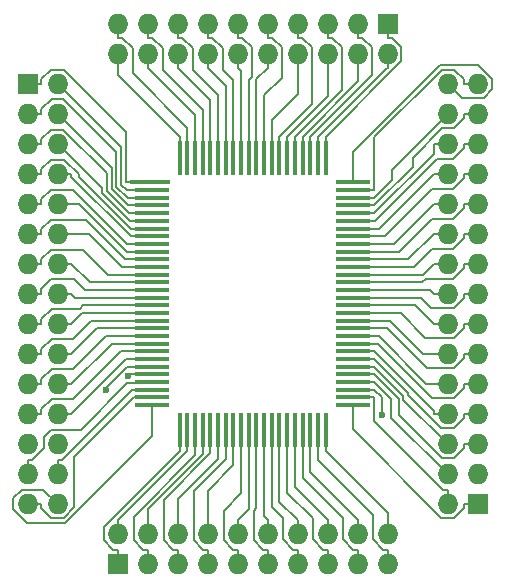
<source format=gtl>
G04 #@! TF.FileFunction,Copper,L1,Top,Signal*
%FSLAX46Y46*%
G04 Gerber Fmt 4.6, Leading zero omitted, Abs format (unit mm)*
G04 Created by KiCad (PCBNEW (2015-09-08 BZR 6170, Git 6269158)-product) date 8/14/2016 2:55:12 PM*
%MOMM*%
G01*
G04 APERTURE LIST*
%ADD10C,0.100000*%
%ADD11R,1.727200X1.727200*%
%ADD12O,1.727200X1.727200*%
%ADD13R,3.400000X0.430000*%
%ADD14R,3.000000X0.430000*%
%ADD15R,0.430000X3.000000*%
%ADD16C,0.600000*%
%ADD17C,0.200000*%
G04 APERTURE END LIST*
D10*
D11*
X129540000Y-88900000D03*
D12*
X132080000Y-88900000D03*
X129540000Y-91440000D03*
X132080000Y-91440000D03*
X129540000Y-93980000D03*
X132080000Y-93980000D03*
X129540000Y-96520000D03*
X132080000Y-96520000D03*
X129540000Y-99060000D03*
X132080000Y-99060000D03*
X129540000Y-101600000D03*
X132080000Y-101600000D03*
X129540000Y-104140000D03*
X132080000Y-104140000D03*
X129540000Y-106680000D03*
X132080000Y-106680000D03*
X129540000Y-109220000D03*
X132080000Y-109220000D03*
X129540000Y-111760000D03*
X132080000Y-111760000D03*
X129540000Y-114300000D03*
X132080000Y-114300000D03*
X129540000Y-116840000D03*
X132080000Y-116840000D03*
X129540000Y-119380000D03*
X132080000Y-119380000D03*
X129540000Y-121920000D03*
X132080000Y-121920000D03*
X129540000Y-124460000D03*
X132080000Y-124460000D03*
D11*
X137160000Y-129540000D03*
D12*
X137160000Y-127000000D03*
X139700000Y-129540000D03*
X139700000Y-127000000D03*
X142240000Y-129540000D03*
X142240000Y-127000000D03*
X144780000Y-129540000D03*
X144780000Y-127000000D03*
X147320000Y-129540000D03*
X147320000Y-127000000D03*
X149860000Y-129540000D03*
X149860000Y-127000000D03*
X152400000Y-129540000D03*
X152400000Y-127000000D03*
X154940000Y-129540000D03*
X154940000Y-127000000D03*
X157480000Y-129540000D03*
X157480000Y-127000000D03*
X160020000Y-129540000D03*
X160020000Y-127000000D03*
D11*
X167640000Y-124460000D03*
D12*
X165100000Y-124460000D03*
X167640000Y-121920000D03*
X165100000Y-121920000D03*
X167640000Y-119380000D03*
X165100000Y-119380000D03*
X167640000Y-116840000D03*
X165100000Y-116840000D03*
X167640000Y-114300000D03*
X165100000Y-114300000D03*
X167640000Y-111760000D03*
X165100000Y-111760000D03*
X167640000Y-109220000D03*
X165100000Y-109220000D03*
X167640000Y-106680000D03*
X165100000Y-106680000D03*
X167640000Y-104140000D03*
X165100000Y-104140000D03*
X167640000Y-101600000D03*
X165100000Y-101600000D03*
X167640000Y-99060000D03*
X165100000Y-99060000D03*
X167640000Y-96520000D03*
X165100000Y-96520000D03*
X167640000Y-93980000D03*
X165100000Y-93980000D03*
X167640000Y-91440000D03*
X165100000Y-91440000D03*
X167640000Y-88900000D03*
X165100000Y-88900000D03*
D11*
X160020000Y-83820000D03*
D12*
X160020000Y-86360000D03*
X157480000Y-83820000D03*
X157480000Y-86360000D03*
X154940000Y-83820000D03*
X154940000Y-86360000D03*
X152400000Y-83820000D03*
X152400000Y-86360000D03*
X149860000Y-83820000D03*
X149860000Y-86360000D03*
X147320000Y-83820000D03*
X147320000Y-86360000D03*
X144780000Y-83820000D03*
X144780000Y-86360000D03*
X142240000Y-83820000D03*
X142240000Y-86360000D03*
X139700000Y-83820000D03*
X139700000Y-86360000D03*
X137160000Y-83820000D03*
X137160000Y-86360000D03*
D13*
X139890000Y-97255000D03*
D14*
X140090000Y-97905000D03*
X140090000Y-98555000D03*
X140090000Y-99205000D03*
X140090000Y-99855000D03*
X140090000Y-100505000D03*
X140090000Y-101155000D03*
X140090000Y-101805000D03*
X140090000Y-102455000D03*
X140090000Y-103105000D03*
X140090000Y-103755000D03*
X140090000Y-104405000D03*
X140090000Y-105055000D03*
X140090000Y-105705000D03*
X140090000Y-106355000D03*
X140090000Y-107005000D03*
X140090000Y-107655000D03*
X140090000Y-108305000D03*
X140090000Y-108955000D03*
X140090000Y-109605000D03*
X140090000Y-110255000D03*
X140090000Y-110905000D03*
X140090000Y-111555000D03*
X140090000Y-112205000D03*
X140090000Y-112855000D03*
X140090000Y-113505000D03*
X140090000Y-114155000D03*
X140090000Y-114805000D03*
X140090000Y-115455000D03*
X140090000Y-116105000D03*
D15*
X142415000Y-118180000D03*
X143065000Y-118180000D03*
X143715000Y-118180000D03*
X144365000Y-118180000D03*
X145015000Y-118180000D03*
X145665000Y-118180000D03*
X146315000Y-118180000D03*
X146965000Y-118180000D03*
X147615000Y-118180000D03*
X148265000Y-118180000D03*
X148915000Y-118180000D03*
X149565000Y-118180000D03*
X150215000Y-118180000D03*
X150865000Y-118180000D03*
X151515000Y-118180000D03*
X152165000Y-118180000D03*
X152815000Y-118180000D03*
X153465000Y-118180000D03*
X154115000Y-118180000D03*
X154765000Y-118180000D03*
D14*
X157090000Y-116105000D03*
X157090000Y-115455000D03*
X157090000Y-114805000D03*
X157090000Y-114155000D03*
X157090000Y-113505000D03*
X157090000Y-112855000D03*
X157090000Y-112205000D03*
X157090000Y-111555000D03*
X157090000Y-110905000D03*
X157090000Y-110255000D03*
X157090000Y-109605000D03*
X157090000Y-108955000D03*
X157090000Y-108305000D03*
X157090000Y-107655000D03*
X157090000Y-107005000D03*
X157090000Y-106355000D03*
X157090000Y-105705000D03*
X157090000Y-105055000D03*
X157090000Y-104405000D03*
X157090000Y-103755000D03*
X157090000Y-103105000D03*
X157090000Y-102455000D03*
X157090000Y-101805000D03*
X157090000Y-101155000D03*
X157090000Y-100505000D03*
X157090000Y-99855000D03*
X157090000Y-99205000D03*
X157090000Y-98555000D03*
X157090000Y-97905000D03*
X157090000Y-97255000D03*
D15*
X154765000Y-95180000D03*
X154115000Y-95180000D03*
X153465000Y-95180000D03*
X152815000Y-95180000D03*
X152165000Y-95180000D03*
X151515000Y-95180000D03*
X150865000Y-95180000D03*
X150215000Y-95180000D03*
X149565000Y-95180000D03*
X148915000Y-95180000D03*
X148265000Y-95180000D03*
X147615000Y-95180000D03*
X146965000Y-95180000D03*
X146315000Y-95180000D03*
X145665000Y-95180000D03*
X145015000Y-95180000D03*
X144365000Y-95180000D03*
X143715000Y-95180000D03*
X143065000Y-95180000D03*
X142415000Y-95180000D03*
D16*
X136133900Y-114812800D03*
X138070200Y-113636000D03*
X159517500Y-116917900D03*
D17*
X137924800Y-103105000D02*
X140090000Y-103105000D01*
X133879800Y-99060000D02*
X137924800Y-103105000D01*
X132080000Y-99060000D02*
X133879800Y-99060000D01*
X137566600Y-104405000D02*
X140090000Y-104405000D01*
X134761600Y-101600000D02*
X137566600Y-104405000D01*
X132080000Y-101600000D02*
X134761600Y-101600000D01*
X136793100Y-128366100D02*
X137160000Y-128366100D01*
X135986100Y-127559100D02*
X136793100Y-128366100D01*
X135986100Y-126419200D02*
X135986100Y-127559100D01*
X142415000Y-119990300D02*
X135986100Y-126419200D01*
X142415000Y-118180000D02*
X142415000Y-119990300D01*
X137160000Y-129540000D02*
X137160000Y-128366100D01*
X166466100Y-124826900D02*
X166466100Y-124460000D01*
X165659100Y-125633900D02*
X166466100Y-124826900D01*
X164565700Y-125633900D02*
X165659100Y-125633900D01*
X157090000Y-118158200D02*
X164565700Y-125633900D01*
X157090000Y-116105000D02*
X157090000Y-118158200D01*
X167640000Y-124460000D02*
X166466100Y-124460000D01*
X160386900Y-84993900D02*
X160020000Y-84993900D01*
X161193900Y-85800900D02*
X160386900Y-84993900D01*
X161193900Y-86940800D02*
X161193900Y-85800900D01*
X154765000Y-93369700D02*
X161193900Y-86940800D01*
X154765000Y-95180000D02*
X154765000Y-93369700D01*
X160020000Y-83820000D02*
X160020000Y-84993900D01*
X139890000Y-97255000D02*
X137879700Y-97255000D01*
X129540000Y-88900000D02*
X130713900Y-88900000D01*
X130713900Y-88533100D02*
X130713900Y-88900000D01*
X131520900Y-87726100D02*
X130713900Y-88533100D01*
X132614300Y-87726100D02*
X131520900Y-87726100D01*
X137879700Y-92991500D02*
X132614300Y-87726100D01*
X137879700Y-97255000D02*
X137879700Y-92991500D01*
X137469400Y-94289400D02*
X132080000Y-88900000D01*
X137469400Y-97433700D02*
X137469400Y-94289400D01*
X137940700Y-97905000D02*
X137469400Y-97433700D01*
X140090000Y-97905000D02*
X137940700Y-97905000D01*
X129540000Y-91440000D02*
X130713900Y-91440000D01*
X138001600Y-98555000D02*
X140090000Y-98555000D01*
X137059000Y-97612400D02*
X138001600Y-98555000D01*
X137059000Y-94700700D02*
X137059000Y-97612400D01*
X132577200Y-90218900D02*
X137059000Y-94700700D01*
X131570200Y-90218900D02*
X132577200Y-90218900D01*
X130713900Y-91075200D02*
X131570200Y-90218900D01*
X130713900Y-91440000D02*
X130713900Y-91075200D01*
X138071400Y-99205000D02*
X140090000Y-99205000D01*
X136648700Y-97782300D02*
X138071400Y-99205000D01*
X136648700Y-96008700D02*
X136648700Y-97782300D01*
X132080000Y-91440000D02*
X136648700Y-96008700D01*
X129540000Y-93980000D02*
X130713900Y-93980000D01*
X138141200Y-99855000D02*
X140090000Y-99855000D01*
X136238400Y-97952200D02*
X138141200Y-99855000D01*
X136238400Y-96474200D02*
X136238400Y-97952200D01*
X132549100Y-92784900D02*
X136238400Y-96474200D01*
X131544200Y-92784900D02*
X132549100Y-92784900D01*
X130713900Y-93615200D02*
X131544200Y-92784900D01*
X130713900Y-93980000D02*
X130713900Y-93615200D01*
X140090000Y-100505000D02*
X138279700Y-100505000D01*
X138211000Y-100505000D02*
X138279700Y-100505000D01*
X135828100Y-98122100D02*
X138211000Y-100505000D01*
X135828100Y-97728100D02*
X135828100Y-98122100D01*
X132080000Y-93980000D02*
X135828100Y-97728100D01*
X129540000Y-96520000D02*
X130713900Y-96520000D01*
X140090000Y-101155000D02*
X138279700Y-101155000D01*
X133886000Y-96761300D02*
X138279700Y-101155000D01*
X133886000Y-96571700D02*
X133886000Y-96761300D01*
X132658800Y-95344500D02*
X133886000Y-96571700D01*
X131522600Y-95344500D02*
X132658800Y-95344500D01*
X130713900Y-96153200D02*
X131522600Y-95344500D01*
X130713900Y-96520000D02*
X130713900Y-96153200D01*
X132080000Y-96520000D02*
X133253900Y-96520000D01*
X140090000Y-101805000D02*
X138279700Y-101805000D01*
X133253900Y-96779200D02*
X138279700Y-101805000D01*
X133253900Y-96520000D02*
X133253900Y-96779200D01*
X130713900Y-98695200D02*
X130713900Y-99060000D01*
X131539700Y-97869400D02*
X130713900Y-98695200D01*
X133362000Y-97869400D02*
X131539700Y-97869400D01*
X137947600Y-102455000D02*
X133362000Y-97869400D01*
X140090000Y-102455000D02*
X137947600Y-102455000D01*
X129540000Y-99060000D02*
X130713900Y-99060000D01*
X129540000Y-101600000D02*
X130713900Y-101600000D01*
X137805400Y-103755000D02*
X140090000Y-103755000D01*
X134441600Y-100391200D02*
X137805400Y-103755000D01*
X131555900Y-100391200D02*
X134441600Y-100391200D01*
X130713900Y-101233200D02*
X131555900Y-100391200D01*
X130713900Y-101600000D02*
X130713900Y-101233200D01*
X130713900Y-103775200D02*
X130713900Y-104140000D01*
X131539700Y-102949400D02*
X130713900Y-103775200D01*
X134245400Y-102949400D02*
X131539700Y-102949400D01*
X136351000Y-105055000D02*
X134245400Y-102949400D01*
X140090000Y-105055000D02*
X136351000Y-105055000D01*
X129540000Y-104140000D02*
X130713900Y-104140000D01*
X134818900Y-105705000D02*
X140090000Y-105705000D01*
X133253900Y-104140000D02*
X134818900Y-105705000D01*
X132080000Y-104140000D02*
X133253900Y-104140000D01*
X130713900Y-106315200D02*
X130713900Y-106680000D01*
X131560000Y-105469100D02*
X130713900Y-106315200D01*
X133471300Y-105469100D02*
X131560000Y-105469100D01*
X134357200Y-106355000D02*
X133471300Y-105469100D01*
X140090000Y-106355000D02*
X134357200Y-106355000D01*
X129540000Y-106680000D02*
X130713900Y-106680000D01*
X133578900Y-107005000D02*
X140090000Y-107005000D01*
X133253900Y-106680000D02*
X133578900Y-107005000D01*
X132080000Y-106680000D02*
X133253900Y-106680000D01*
X130713900Y-108855200D02*
X130713900Y-109220000D01*
X131619100Y-107950000D02*
X130713900Y-108855200D01*
X133943500Y-107950000D02*
X131619100Y-107950000D01*
X134238500Y-107655000D02*
X133943500Y-107950000D01*
X140090000Y-107655000D02*
X134238500Y-107655000D01*
X129540000Y-109220000D02*
X130713900Y-109220000D01*
X134168900Y-108305000D02*
X133253900Y-109220000D01*
X138279700Y-108305000D02*
X134168900Y-108305000D01*
X140090000Y-108305000D02*
X138279700Y-108305000D01*
X132080000Y-109220000D02*
X133253900Y-109220000D01*
X130713900Y-111395200D02*
X130713900Y-111760000D01*
X131619100Y-110490000D02*
X130713900Y-111395200D01*
X133412200Y-110490000D02*
X131619100Y-110490000D01*
X134947200Y-108955000D02*
X133412200Y-110490000D01*
X140090000Y-108955000D02*
X134947200Y-108955000D01*
X129540000Y-111760000D02*
X130713900Y-111760000D01*
X135408900Y-109605000D02*
X140090000Y-109605000D01*
X133253900Y-111760000D02*
X135408900Y-109605000D01*
X132080000Y-111760000D02*
X133253900Y-111760000D01*
X130713900Y-113935200D02*
X130713900Y-114300000D01*
X131619100Y-113030000D02*
X130713900Y-113935200D01*
X133412200Y-113030000D02*
X131619100Y-113030000D01*
X136187200Y-110255000D02*
X133412200Y-113030000D01*
X140090000Y-110255000D02*
X136187200Y-110255000D01*
X129540000Y-114300000D02*
X130713900Y-114300000D01*
X132080000Y-114300000D02*
X133253900Y-114300000D01*
X136648900Y-110905000D02*
X133253900Y-114300000D01*
X140090000Y-110905000D02*
X136648900Y-110905000D01*
X130713900Y-116475200D02*
X130713900Y-116840000D01*
X131619100Y-115570000D02*
X130713900Y-116475200D01*
X133404500Y-115570000D02*
X131619100Y-115570000D01*
X137419500Y-111555000D02*
X133404500Y-115570000D01*
X140090000Y-111555000D02*
X137419500Y-111555000D01*
X129540000Y-116840000D02*
X130713900Y-116840000D01*
X132080000Y-116840000D02*
X133253900Y-116840000D01*
X138279700Y-112205100D02*
X138279700Y-112205000D01*
X137873500Y-112205100D02*
X138279700Y-112205100D01*
X133253900Y-116824700D02*
X137873500Y-112205100D01*
X133253900Y-116840000D02*
X133253900Y-116824700D01*
X140090000Y-112205000D02*
X138279700Y-112205000D01*
X137966900Y-112855000D02*
X140090000Y-112855000D01*
X136133900Y-114688000D02*
X137966900Y-112855000D01*
X136133900Y-114812800D02*
X136133900Y-114688000D01*
X138201200Y-113505000D02*
X138070200Y-113636000D01*
X140090000Y-113505000D02*
X138201200Y-113505000D01*
X129540000Y-121920000D02*
X129540000Y-120746100D01*
X139998700Y-114246300D02*
X140090000Y-114155000D01*
X137983100Y-114246300D02*
X139998700Y-114246300D01*
X134023400Y-118206000D02*
X137983100Y-114246300D01*
X131526500Y-118206000D02*
X134023400Y-118206000D01*
X130906000Y-118826500D02*
X131526500Y-118206000D01*
X130906000Y-119744900D02*
X130906000Y-118826500D01*
X129904800Y-120746100D02*
X130906000Y-119744900D01*
X129540000Y-120746100D02*
X129904800Y-120746100D01*
X132452500Y-120746100D02*
X132080000Y-120746100D01*
X138279700Y-114918900D02*
X132452500Y-120746100D01*
X138279700Y-114805000D02*
X138279700Y-114918900D01*
X140090000Y-114805000D02*
X138279700Y-114805000D01*
X132080000Y-121920000D02*
X132080000Y-120746100D01*
X130713900Y-124824800D02*
X130713900Y-124460000D01*
X131527400Y-125638300D02*
X130713900Y-124824800D01*
X132585100Y-125638300D02*
X131527400Y-125638300D01*
X133480600Y-124742800D02*
X132585100Y-125638300D01*
X133480600Y-120541300D02*
X133480600Y-124742800D01*
X138566900Y-115455000D02*
X133480600Y-120541300D01*
X140090000Y-115455000D02*
X138566900Y-115455000D01*
X129540000Y-124460000D02*
X130713900Y-124460000D01*
X130884300Y-123264300D02*
X132080000Y-124460000D01*
X129034500Y-123264300D02*
X130884300Y-123264300D01*
X128320600Y-123978200D02*
X129034500Y-123264300D01*
X128320600Y-124904600D02*
X128320600Y-123978200D01*
X129506200Y-126090200D02*
X128320600Y-124904600D01*
X132713600Y-126090200D02*
X129506200Y-126090200D01*
X140090000Y-118713800D02*
X132713600Y-126090200D01*
X140090000Y-116105000D02*
X140090000Y-118713800D01*
X142995800Y-119990300D02*
X143065000Y-119990300D01*
X137160000Y-125826100D02*
X142995800Y-119990300D01*
X137160000Y-127000000D02*
X137160000Y-125826100D01*
X143065000Y-118180000D02*
X143065000Y-119990300D01*
X139335200Y-128366100D02*
X139700000Y-128366100D01*
X138509400Y-127540300D02*
X139335200Y-128366100D01*
X138509400Y-125545700D02*
X138509400Y-127540300D01*
X143715000Y-120340100D02*
X138509400Y-125545700D01*
X143715000Y-118180000D02*
X143715000Y-120340100D01*
X139700000Y-129540000D02*
X139700000Y-128366100D01*
X144365000Y-120270500D02*
X144365000Y-118180000D01*
X139700000Y-124935500D02*
X144365000Y-120270500D01*
X139700000Y-127000000D02*
X139700000Y-124935500D01*
X142240000Y-129540000D02*
X142240000Y-128366100D01*
X145015000Y-120200900D02*
X145015000Y-118180000D01*
X141049400Y-124166500D02*
X145015000Y-120200900D01*
X141049400Y-127540300D02*
X141049400Y-124166500D01*
X141875200Y-128366100D02*
X141049400Y-127540300D01*
X142240000Y-128366100D02*
X141875200Y-128366100D01*
X145665000Y-120644900D02*
X145665000Y-118180000D01*
X142240000Y-124069900D02*
X145665000Y-120644900D01*
X142240000Y-127000000D02*
X142240000Y-124069900D01*
X144780000Y-129540000D02*
X144780000Y-128366100D01*
X146315000Y-120641300D02*
X146315000Y-118180000D01*
X143589400Y-123366900D02*
X146315000Y-120641300D01*
X143589400Y-127540300D02*
X143589400Y-123366900D01*
X144415200Y-128366100D02*
X143589400Y-127540300D01*
X144780000Y-128366100D02*
X144415200Y-128366100D01*
X146965000Y-121181900D02*
X146965000Y-118180000D01*
X144780000Y-123366900D02*
X146965000Y-121181900D01*
X144780000Y-127000000D02*
X144780000Y-123366900D01*
X146955200Y-128366100D02*
X147320000Y-128366100D01*
X146129400Y-127540300D02*
X146955200Y-128366100D01*
X146129400Y-125042600D02*
X146129400Y-127540300D01*
X147615000Y-123557000D02*
X146129400Y-125042600D01*
X147615000Y-118180000D02*
X147615000Y-123557000D01*
X147320000Y-129540000D02*
X147320000Y-128366100D01*
X148265000Y-124881100D02*
X148265000Y-118180000D01*
X147320000Y-125826100D02*
X148265000Y-124881100D01*
X147320000Y-127000000D02*
X147320000Y-125826100D01*
X149495200Y-128366100D02*
X149860000Y-128366100D01*
X148671200Y-127542100D02*
X149495200Y-128366100D01*
X148671200Y-125055300D02*
X148671200Y-127542100D01*
X148915000Y-124811500D02*
X148671200Y-125055300D01*
X148915000Y-118180000D02*
X148915000Y-124811500D01*
X149860000Y-129540000D02*
X149860000Y-128366100D01*
X149565000Y-125531100D02*
X149565000Y-118180000D01*
X149860000Y-125826100D02*
X149565000Y-125531100D01*
X149860000Y-127000000D02*
X149860000Y-125826100D01*
X152035200Y-128366100D02*
X152400000Y-128366100D01*
X151130000Y-127460900D02*
X152035200Y-128366100D01*
X151130000Y-125667800D02*
X151130000Y-127460900D01*
X150215000Y-124752800D02*
X151130000Y-125667800D01*
X150215000Y-118180000D02*
X150215000Y-124752800D01*
X152400000Y-129540000D02*
X152400000Y-128366100D01*
X152400000Y-127000000D02*
X152400000Y-125826100D01*
X150865000Y-124291100D02*
X150865000Y-118180000D01*
X152400000Y-125826100D02*
X150865000Y-124291100D01*
X154575200Y-128366100D02*
X154940000Y-128366100D01*
X153670000Y-127460900D02*
X154575200Y-128366100D01*
X153670000Y-125667800D02*
X153670000Y-127460900D01*
X151515000Y-123512800D02*
X153670000Y-125667800D01*
X151515000Y-118180000D02*
X151515000Y-123512800D01*
X154940000Y-129540000D02*
X154940000Y-128366100D01*
X152165000Y-123051100D02*
X152165000Y-118180000D01*
X154940000Y-125826100D02*
X152165000Y-123051100D01*
X154940000Y-127000000D02*
X154940000Y-125826100D01*
X157115200Y-128366100D02*
X157480000Y-128366100D01*
X156210000Y-127460900D02*
X157115200Y-128366100D01*
X156210000Y-125667800D02*
X156210000Y-127460900D01*
X152815000Y-122272800D02*
X156210000Y-125667800D01*
X152815000Y-118180000D02*
X152815000Y-122272800D01*
X157480000Y-129540000D02*
X157480000Y-128366100D01*
X157480000Y-127000000D02*
X157480000Y-125826100D01*
X153465000Y-121811100D02*
X153465000Y-118180000D01*
X157480000Y-125826100D02*
X153465000Y-121811100D01*
X159655200Y-128366100D02*
X160020000Y-128366100D01*
X158750000Y-127460900D02*
X159655200Y-128366100D01*
X158750000Y-125377400D02*
X158750000Y-127460900D01*
X154115000Y-120742400D02*
X158750000Y-125377400D01*
X154115000Y-118180000D02*
X154115000Y-120742400D01*
X160020000Y-129540000D02*
X160020000Y-128366100D01*
X160020000Y-125245300D02*
X154765000Y-119990300D01*
X160020000Y-127000000D02*
X160020000Y-125245300D01*
X154765000Y-118180000D02*
X154765000Y-119990300D01*
X164735200Y-123286100D02*
X165100000Y-123286100D01*
X158900300Y-117451200D02*
X164735200Y-123286100D01*
X158900300Y-115455000D02*
X158900300Y-117451200D01*
X157090000Y-115455000D02*
X158900300Y-115455000D01*
X165100000Y-124460000D02*
X165100000Y-123286100D01*
X157090000Y-114805000D02*
X158900300Y-114805000D01*
X159517500Y-115422200D02*
X159517500Y-116917900D01*
X158900300Y-114805000D02*
X159517500Y-115422200D01*
X160336600Y-117156600D02*
X165100000Y-121920000D01*
X160336600Y-115591300D02*
X160336600Y-117156600D01*
X158900300Y-114155000D02*
X160336600Y-115591300D01*
X157090000Y-114155000D02*
X158900300Y-114155000D01*
X157090000Y-113505000D02*
X158900300Y-113505000D01*
X167640000Y-119380000D02*
X166466100Y-119380000D01*
X160951900Y-115556600D02*
X158900300Y-113505000D01*
X160951900Y-116937600D02*
X160951900Y-115556600D01*
X164584900Y-120570600D02*
X160951900Y-116937600D01*
X165640300Y-120570600D02*
X164584900Y-120570600D01*
X166466100Y-119744800D02*
X165640300Y-120570600D01*
X166466100Y-119380000D02*
X166466100Y-119744800D01*
X157090000Y-112855000D02*
X158900300Y-112855000D01*
X161362200Y-115316900D02*
X158900300Y-112855000D01*
X161362200Y-115642200D02*
X161362200Y-115316900D01*
X165100000Y-119380000D02*
X161362200Y-115642200D01*
X157090000Y-112205000D02*
X158900300Y-112205000D01*
X167640000Y-116840000D02*
X166466100Y-116840000D01*
X161772500Y-115077200D02*
X158900300Y-112205000D01*
X161772500Y-115281800D02*
X161772500Y-115077200D01*
X164528700Y-118038000D02*
X161772500Y-115281800D01*
X165632900Y-118038000D02*
X164528700Y-118038000D01*
X166466100Y-117204800D02*
X165632900Y-118038000D01*
X166466100Y-116840000D02*
X166466100Y-117204800D01*
X165100000Y-116840000D02*
X163926100Y-116840000D01*
X157090000Y-111555000D02*
X158900300Y-111555000D01*
X163926100Y-116580800D02*
X158900300Y-111555000D01*
X163926100Y-116840000D02*
X163926100Y-116580800D01*
X166466100Y-114664800D02*
X166466100Y-114300000D01*
X165640300Y-115490600D02*
X166466100Y-114664800D01*
X163818100Y-115490600D02*
X165640300Y-115490600D01*
X159232500Y-110905000D02*
X163818100Y-115490600D01*
X157090000Y-110905000D02*
X159232500Y-110905000D01*
X167640000Y-114300000D02*
X166466100Y-114300000D01*
X159255200Y-110255000D02*
X157090000Y-110255000D01*
X163300200Y-114300000D02*
X159255200Y-110255000D01*
X165100000Y-114300000D02*
X163300200Y-114300000D01*
X167640000Y-111760000D02*
X166466100Y-111760000D01*
X166466100Y-112126800D02*
X166466100Y-111760000D01*
X165629500Y-112963400D02*
X166466100Y-112126800D01*
X163313100Y-112963400D02*
X165629500Y-112963400D01*
X159954700Y-109605000D02*
X163313100Y-112963400D01*
X157090000Y-109605000D02*
X159954700Y-109605000D01*
X162998400Y-111760000D02*
X165100000Y-111760000D01*
X160193400Y-108955000D02*
X162998400Y-111760000D01*
X157090000Y-108955000D02*
X160193400Y-108955000D01*
X166466100Y-109584800D02*
X166466100Y-109220000D01*
X165640300Y-110410600D02*
X166466100Y-109584800D01*
X163224700Y-110410600D02*
X165640300Y-110410600D01*
X161119100Y-108305000D02*
X163224700Y-110410600D01*
X157090000Y-108305000D02*
X161119100Y-108305000D01*
X167640000Y-109220000D02*
X166466100Y-109220000D01*
X162361100Y-107655000D02*
X163926100Y-109220000D01*
X157090000Y-107655000D02*
X162361100Y-107655000D01*
X165100000Y-109220000D02*
X163926100Y-109220000D01*
X166466100Y-107044800D02*
X166466100Y-106680000D01*
X165620000Y-107890900D02*
X166466100Y-107044800D01*
X163708800Y-107890900D02*
X165620000Y-107890900D01*
X162822900Y-107005000D02*
X163708800Y-107890900D01*
X157090000Y-107005000D02*
X162822900Y-107005000D01*
X167640000Y-106680000D02*
X166466100Y-106680000D01*
X163601100Y-106355000D02*
X157090000Y-106355000D01*
X163926100Y-106680000D02*
X163601100Y-106355000D01*
X165100000Y-106680000D02*
X163926100Y-106680000D01*
X166466100Y-104504800D02*
X166466100Y-104140000D01*
X165560900Y-105410000D02*
X166466100Y-104504800D01*
X163236500Y-105410000D02*
X165560900Y-105410000D01*
X162941500Y-105705000D02*
X163236500Y-105410000D01*
X157090000Y-105705000D02*
X162941500Y-105705000D01*
X167640000Y-104140000D02*
X166466100Y-104140000D01*
X163011100Y-105055000D02*
X163926100Y-104140000D01*
X158900300Y-105055000D02*
X163011100Y-105055000D01*
X157090000Y-105055000D02*
X158900300Y-105055000D01*
X165100000Y-104140000D02*
X163926100Y-104140000D01*
X166466100Y-101964800D02*
X166466100Y-101600000D01*
X165560900Y-102870000D02*
X166466100Y-101964800D01*
X163767900Y-102870000D02*
X165560900Y-102870000D01*
X162232900Y-104405000D02*
X163767900Y-102870000D01*
X157090000Y-104405000D02*
X162232900Y-104405000D01*
X167640000Y-101600000D02*
X166466100Y-101600000D01*
X161771100Y-103755000D02*
X157090000Y-103755000D01*
X163926100Y-101600000D02*
X161771100Y-103755000D01*
X165100000Y-101600000D02*
X163926100Y-101600000D01*
X166466100Y-99424800D02*
X166466100Y-99060000D01*
X165560900Y-100330000D02*
X166466100Y-99424800D01*
X163767900Y-100330000D02*
X165560900Y-100330000D01*
X160992900Y-103105000D02*
X163767900Y-100330000D01*
X157090000Y-103105000D02*
X160992900Y-103105000D01*
X167640000Y-99060000D02*
X166466100Y-99060000D01*
X160531100Y-102455000D02*
X163926100Y-99060000D01*
X157090000Y-102455000D02*
X160531100Y-102455000D01*
X165100000Y-99060000D02*
X163926100Y-99060000D01*
X166466100Y-96884800D02*
X166466100Y-96520000D01*
X165560900Y-97790000D02*
X166466100Y-96884800D01*
X163803600Y-97790000D02*
X165560900Y-97790000D01*
X159788600Y-101805000D02*
X163803600Y-97790000D01*
X157090000Y-101805000D02*
X159788600Y-101805000D01*
X167640000Y-96520000D02*
X166466100Y-96520000D01*
X165100000Y-96520000D02*
X163926100Y-96520000D01*
X159291100Y-101155000D02*
X163926100Y-96520000D01*
X157090000Y-101155000D02*
X159291100Y-101155000D01*
X166466100Y-94344800D02*
X166466100Y-93980000D01*
X165560900Y-95250000D02*
X166466100Y-94344800D01*
X164192500Y-95250000D02*
X165560900Y-95250000D01*
X158937500Y-100505000D02*
X164192500Y-95250000D01*
X157090000Y-100505000D02*
X158937500Y-100505000D01*
X167640000Y-93980000D02*
X166466100Y-93980000D01*
X157090000Y-99855000D02*
X158900300Y-99855000D01*
X165100000Y-93980000D02*
X163926100Y-93980000D01*
X163926100Y-94829200D02*
X163926100Y-93980000D01*
X158900300Y-99855000D02*
X163926100Y-94829200D01*
X166466100Y-91804800D02*
X166466100Y-91440000D01*
X165656900Y-92614000D02*
X166466100Y-91804800D01*
X164666500Y-92614000D02*
X165656900Y-92614000D01*
X162129100Y-95151400D02*
X164666500Y-92614000D01*
X162129100Y-95976200D02*
X162129100Y-95151400D01*
X158900300Y-99205000D02*
X162129100Y-95976200D01*
X157090000Y-99205000D02*
X158900300Y-99205000D01*
X167640000Y-91440000D02*
X166466100Y-91440000D01*
X160369600Y-96170400D02*
X165100000Y-91440000D01*
X160369600Y-97085700D02*
X160369600Y-96170400D01*
X158900300Y-98555000D02*
X160369600Y-97085700D01*
X157090000Y-98555000D02*
X158900300Y-98555000D01*
X166466100Y-88535200D02*
X166466100Y-88900000D01*
X165652600Y-87721700D02*
X166466100Y-88535200D01*
X164594900Y-87721700D02*
X165652600Y-87721700D01*
X158900300Y-93416300D02*
X164594900Y-87721700D01*
X158900300Y-97905000D02*
X158900300Y-93416300D01*
X157090000Y-97905000D02*
X158900300Y-97905000D01*
X167640000Y-88900000D02*
X166466100Y-88900000D01*
X166295700Y-90095700D02*
X165100000Y-88900000D01*
X168145500Y-90095700D02*
X166295700Y-90095700D01*
X168859400Y-89381800D02*
X168145500Y-90095700D01*
X168859400Y-88455200D02*
X168859400Y-89381800D01*
X167674000Y-87269800D02*
X168859400Y-88455200D01*
X164466400Y-87269800D02*
X167674000Y-87269800D01*
X157090000Y-94646200D02*
X164466400Y-87269800D01*
X157090000Y-97255000D02*
X157090000Y-94646200D01*
X159950800Y-87533900D02*
X160020000Y-87533900D01*
X154115000Y-93369700D02*
X159950800Y-87533900D01*
X154115000Y-95180000D02*
X154115000Y-93369700D01*
X160020000Y-86360000D02*
X160020000Y-87533900D01*
X157844800Y-84993900D02*
X157480000Y-84993900D01*
X158670600Y-85819700D02*
X157844800Y-84993900D01*
X158670600Y-88164100D02*
X158670600Y-85819700D01*
X153465000Y-93369700D02*
X158670600Y-88164100D01*
X153465000Y-95180000D02*
X153465000Y-93369700D01*
X157480000Y-83820000D02*
X157480000Y-84993900D01*
X157480000Y-88704700D02*
X157480000Y-86360000D01*
X152815000Y-93369700D02*
X157480000Y-88704700D01*
X152815000Y-95180000D02*
X152815000Y-93369700D01*
X155304800Y-84993900D02*
X154940000Y-84993900D01*
X156130600Y-85819700D02*
X155304800Y-84993900D01*
X156130600Y-89404100D02*
X156130600Y-85819700D01*
X152165000Y-93369700D02*
X156130600Y-89404100D01*
X152165000Y-95180000D02*
X152165000Y-93369700D01*
X154940000Y-83820000D02*
X154940000Y-84993900D01*
X154940000Y-89944700D02*
X154940000Y-86360000D01*
X151515000Y-93369700D02*
X154940000Y-89944700D01*
X151515000Y-95180000D02*
X151515000Y-93369700D01*
X152764800Y-84993900D02*
X152400000Y-84993900D01*
X153590600Y-85819700D02*
X152764800Y-84993900D01*
X153590600Y-90644100D02*
X153590600Y-85819700D01*
X150865000Y-93369700D02*
X153590600Y-90644100D01*
X150865000Y-95180000D02*
X150865000Y-93369700D01*
X152400000Y-83820000D02*
X152400000Y-84993900D01*
X150215000Y-91938000D02*
X150215000Y-95180000D01*
X152400000Y-89753000D02*
X150215000Y-91938000D01*
X152400000Y-86360000D02*
X152400000Y-89753000D01*
X150224800Y-84993900D02*
X149860000Y-84993900D01*
X151050600Y-85819700D02*
X150224800Y-84993900D01*
X151050600Y-88397500D02*
X151050600Y-85819700D01*
X149565000Y-89883100D02*
X151050600Y-88397500D01*
X149565000Y-95180000D02*
X149565000Y-89883100D01*
X149860000Y-83820000D02*
X149860000Y-84993900D01*
X148915000Y-88478900D02*
X148915000Y-95180000D01*
X149860000Y-87533900D02*
X148915000Y-88478900D01*
X149860000Y-86360000D02*
X149860000Y-87533900D01*
X147684800Y-84993900D02*
X147320000Y-84993900D01*
X148508700Y-85817800D02*
X147684800Y-84993900D01*
X148508700Y-88304800D02*
X148508700Y-85817800D01*
X148265000Y-88548500D02*
X148508700Y-88304800D01*
X148265000Y-95180000D02*
X148265000Y-88548500D01*
X147320000Y-83820000D02*
X147320000Y-84993900D01*
X147615000Y-87828900D02*
X147320000Y-87533900D01*
X147615000Y-95180000D02*
X147615000Y-87828900D01*
X147320000Y-86360000D02*
X147320000Y-87533900D01*
X145144800Y-84993900D02*
X144780000Y-84993900D01*
X146050000Y-85899100D02*
X145144800Y-84993900D01*
X146050000Y-87692100D02*
X146050000Y-85899100D01*
X146965000Y-88607100D02*
X146050000Y-87692100D01*
X146965000Y-95180000D02*
X146965000Y-88607100D01*
X144780000Y-83820000D02*
X144780000Y-84993900D01*
X144780000Y-86360000D02*
X144780000Y-87533900D01*
X146315000Y-89068900D02*
X146315000Y-95180000D01*
X144780000Y-87533900D02*
X146315000Y-89068900D01*
X142604800Y-84993900D02*
X142240000Y-84993900D01*
X143510000Y-85899100D02*
X142604800Y-84993900D01*
X143510000Y-87692100D02*
X143510000Y-85899100D01*
X145665000Y-89847100D02*
X143510000Y-87692100D01*
X145665000Y-95180000D02*
X145665000Y-89847100D01*
X142240000Y-83820000D02*
X142240000Y-84993900D01*
X142240000Y-86360000D02*
X142240000Y-87533900D01*
X145015000Y-90308900D02*
X145015000Y-95180000D01*
X142240000Y-87533900D02*
X145015000Y-90308900D01*
X140064800Y-84993900D02*
X139700000Y-84993900D01*
X140970000Y-85899100D02*
X140064800Y-84993900D01*
X140970000Y-87692100D02*
X140970000Y-85899100D01*
X144365000Y-91087100D02*
X140970000Y-87692100D01*
X144365000Y-95180000D02*
X144365000Y-91087100D01*
X139700000Y-83820000D02*
X139700000Y-84993900D01*
X139700000Y-86360000D02*
X139700000Y-87533900D01*
X143715000Y-91548900D02*
X143715000Y-95180000D01*
X139700000Y-87533900D02*
X143715000Y-91548900D01*
X137524800Y-84993900D02*
X137160000Y-84993900D01*
X138430000Y-85899100D02*
X137524800Y-84993900D01*
X138430000Y-87982500D02*
X138430000Y-85899100D01*
X143065000Y-92617500D02*
X138430000Y-87982500D01*
X143065000Y-95180000D02*
X143065000Y-92617500D01*
X137160000Y-83820000D02*
X137160000Y-84993900D01*
X137160000Y-88114700D02*
X142415000Y-93369700D01*
X137160000Y-86360000D02*
X137160000Y-88114700D01*
X142415000Y-95180000D02*
X142415000Y-93369700D01*
M02*

</source>
